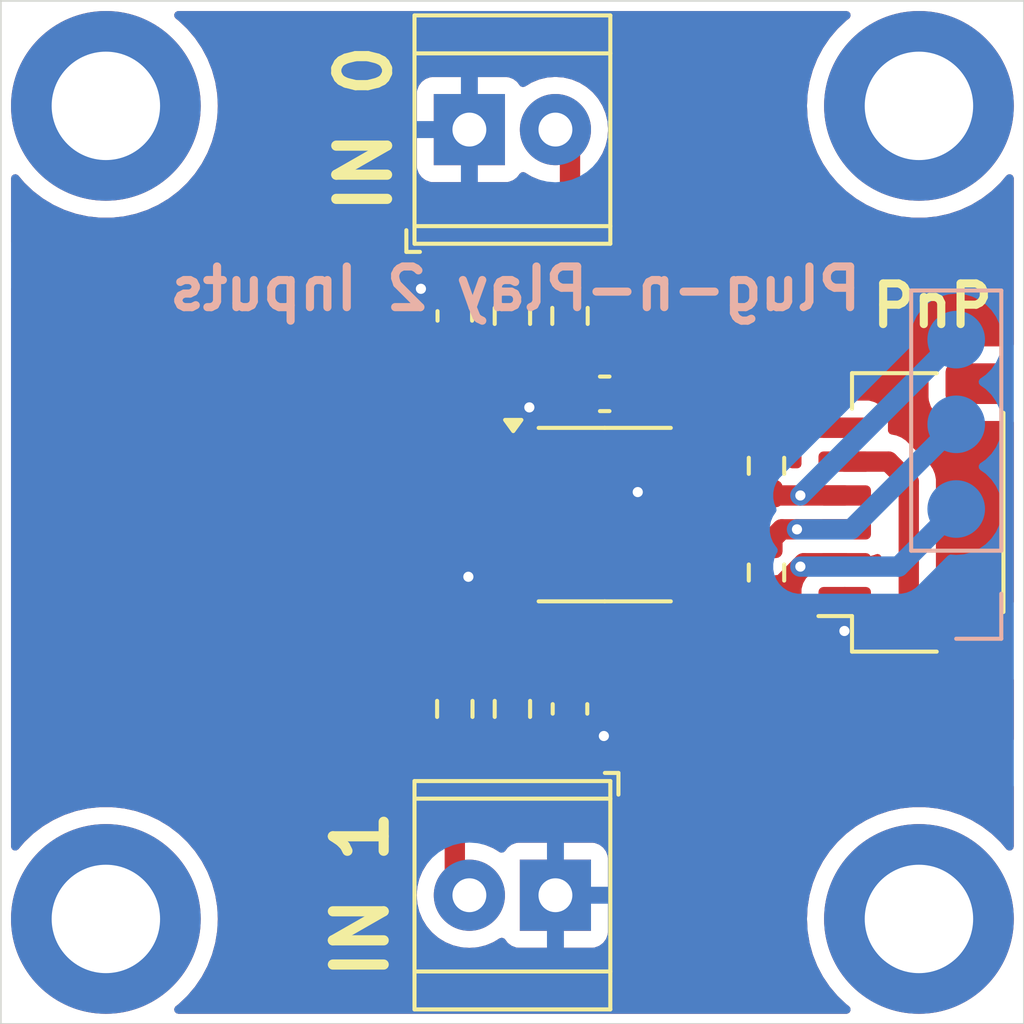
<source format=kicad_pcb>
(kicad_pcb (version 20240108) (generator "pcbnew") (generator_version "8.0")
  (title_block (title "PlugAndPlay 2 Inputs") (date "2025-10-18") (rev "1") (company "A.B. Yazamut"))
  (layers (0 "F.Cu" signal) (31 "B.Cu" signal) (34 "B.Paste" user) (35 "F.Paste" user) (36 "B.SilkS" user "B.Silkscreen") (37 "F.SilkS" user "F.Silkscreen") (38 "B.Mask" user) (39 "F.Mask" user) (44 "Edge.Cuts" user))
  (net 0 "")
  (net 1 "VCC")
  (net 2 "GND")
  (net 3 "INT1")
  (net 4 "SDA")
  (net 5 "SCL")
  (net 6 "INT2")
  (net 7 "Net-(J2-Pin_2)")
  (net 8 "Net-(J3-Pin_2)")
  (footprint "Connector_JST:JST_SH_SM06B-SRSS-TB_1x06-1MP_P1.00mm_Horizontal" (layer "F.Cu") (at 63.409284 47.1 90)
    (property "Reference" "J1" (hide yes))
    (property "Value" "JST_SH_SM06B-SRSS-TB_1x06-1MP_P1.00mm_Horizontal" (hide yes))
    (fp_line (start 4.11 -1.785) (end 3.06 -1.785) (stroke (width 0.12)) (layer "F.SilkS"))
    (fp_line (start -3.06 -1.785) (end -3.06 -2.775) (stroke (width 0.12)) (layer "F.SilkS"))
    (fp_line (start -4.11 -1.785) (end -3.06 -1.785) (stroke (width 0.12)) (layer "F.SilkS"))
    (fp_line (start 4.11 0.715) (end 4.11 -1.785) (stroke (width 0.12)) (layer "F.SilkS"))
    (fp_line (start -4.11 0.715) (end -4.11 -1.785) (stroke (width 0.12)) (layer "F.SilkS"))
    (fp_line (start -2.94 2.685) (end 2.94 2.685) (stroke (width 0.12)) (layer "F.SilkS"))
    (pad "1" smd roundrect (at -2.5 -2 90) (size 0.6 1.55) (layers "F.Cu" "F.Paste" "F.Mask") (net 2 "GND"))
    (pad "2" smd roundrect (at -1.5 -2 90) (size 0.6 1.55) (layers "F.Cu" "F.Paste" "F.Mask") (net 1 "VCC"))
    (pad "3" smd roundrect (at -0.5 -2 90) (size 0.6 1.55) (layers "F.Cu" "F.Paste" "F.Mask") (net 4 "SDA"))
    (pad "4" smd roundrect (at 0.5 -2 90) (size 0.6 1.55) (layers "F.Cu" "F.Paste" "F.Mask") (net 5 "SCL"))
    (pad "5" smd roundrect (at 1.5 -2 90) (size 0.6 1.55) (layers "F.Cu" "F.Paste" "F.Mask") (net 3 "INT1"))
    (pad "6" smd roundrect (at 2.5 -2 90) (size 0.6 1.55) (layers "F.Cu" "F.Paste" "F.Mask") (net 6 "INT2"))
    (pad "MP" smd roundrect (at -3.8 1.875 90) (size 1.2 1.8) (layers "F.Cu" "F.Paste" "F.Mask") (roundrect_rratio 0.208333))
    (pad "MP" smd roundrect (at 3.8 1.875 90) (size 1.2 1.8) (layers "F.Cu" "F.Paste" "F.Mask") (roundrect_rratio 0.208333))
  )
  (footprint "Capacitor_SMD:C_0603_1608Metric" (layer "F.Cu") (at 49.9 41.3 90)
    (property "Reference" "C2" (hide yes))
    (property "Value" "0.1uF" (hide yes))
    (fp_line (start -0.14058 -0.51) (end 0.14058 -0.51) (stroke (width 0.12)) (layer "F.SilkS"))
    (fp_line (start -0.14058 0.51) (end 0.14058 0.51) (stroke (width 0.12)) (layer "F.SilkS"))
    (pad "1" smd roundrect (at -0.775 0 90) (size 0.9 0.95) (layers "F.Cu" "F.Paste" "F.Mask") (net 6 "INT2"))
    (pad "2" smd roundrect (at 0.775 0 90) (size 0.9 0.95) (layers "F.Cu" "F.Paste" "F.Mask") (net 2 "GND"))
  )
  (footprint "TerminalBlock_TE-Connectivity:TerminalBlock_TE_282834-2_1x02_P2.54mm_Horizontal" (layer "F.Cu") (at 50.33 35.8)
    (property "Reference" "J3" (hide yes))
    (property "Value" "Input1" (hide yes))
    (fp_line (start -1.86 2.97) (end -1.86 3.61) (stroke (width 0.12)) (layer "F.SilkS"))
    (fp_line (start -1.86 3.61) (end -1.46 3.61) (stroke (width 0.12)) (layer "F.SilkS"))
    (fp_line (start -1.62 -3.37) (end -1.62 3.37) (stroke (width 0.12)) (layer "F.SilkS"))
    (fp_line (start -1.62 -3.37) (end 4.16 -3.37) (stroke (width 0.12)) (layer "F.SilkS"))
    (fp_line (start -1.62 -2.25) (end 4.16 -2.25) (stroke (width 0.12)) (layer "F.SilkS"))
    (fp_line (start -1.62 2.85) (end 4.16 2.85) (stroke (width 0.12)) (layer "F.SilkS"))
    (fp_line (start -1.62 3.37) (end 4.16 3.37) (stroke (width 0.12)) (layer "F.SilkS"))
    (fp_line (start 4.16 -3.37) (end 4.16 3.37) (stroke (width 0.12)) (layer "F.SilkS"))
    (pad "1" thru_hole rect (at 0 0) (size 2.1 2.1) (drill 1) (layers "*.Cu" "*.Mask") (net 2 "GND"))
    (pad "2" thru_hole circle (at 2.54 0) (size 2.1 2.1) (drill 1) (layers "*.Cu" "*.Mask") (net 8 "Net-(J3-Pin_2)"))
  )
  (footprint "Capacitor_SMD:C_0603_1608Metric" (layer "F.Cu") (at 54.325 43.6 180)
    (property "Reference" "C1" (hide yes))
    (property "Value" "0.1uF" (hide yes))
    (fp_line (start -0.14058 0.51) (end 0.14058 0.51) (stroke (width 0.12)) (layer "F.SilkS"))
    (fp_line (start -0.14058 -0.51) (end 0.14058 -0.51) (stroke (width 0.12)) (layer "F.SilkS"))
    (pad "1" smd roundrect (at -0.775 0 180) (size 0.9 0.95) (layers "F.Cu" "F.Paste" "F.Mask") (net 1 "VCC"))
    (pad "2" smd roundrect (at 0.775 0 180) (size 0.9 0.95) (layers "F.Cu" "F.Paste" "F.Mask") (net 2 "GND"))
  )
  (footprint "Resistor_SMD:R_0603_1608Metric" (layer "F.Cu") (at 59.1 48.875 -90)
    (property "Reference" "R5" (hide yes))
    (property "Value" "2.2K" (hide yes))
    (fp_line (start -0.237258 0.5225) (end 0.237258 0.5225) (stroke (width 0.12)) (layer "F.SilkS"))
    (fp_line (start -0.237258 -0.5225) (end 0.237258 -0.5225) (stroke (width 0.12)) (layer "F.SilkS"))
    (pad "1" smd roundrect (at -0.825 0 270) (size 0.8 0.95) (layers "F.Cu" "F.Paste" "F.Mask") (net 4 "SDA"))
    (pad "2" smd roundrect (at 0.825 0 270) (size 0.8 0.95) (layers "F.Cu" "F.Paste" "F.Mask") (net 1 "VCC"))
  )
  (footprint "Resistor_SMD:R_0603_1608Metric" (layer "F.Cu") (at 51.6 41.3 -90)
    (property "Reference" "R1" (hide yes))
    (property "Value" "10K" (hide yes))
    (fp_line (start -0.237258 0.5225) (end 0.237258 0.5225) (stroke (width 0.12)) (layer "F.SilkS"))
    (fp_line (start -0.237258 -0.5225) (end 0.237258 -0.5225) (stroke (width 0.12)) (layer "F.SilkS"))
    (pad "1" smd roundrect (at -0.825 0 270) (size 0.8 0.95) (layers "F.Cu" "F.Paste" "F.Mask") (net 1 "VCC"))
    (pad "2" smd roundrect (at 0.825 0 270) (size 0.8 0.95) (layers "F.Cu" "F.Paste" "F.Mask") (net 6 "INT2"))
  )
  (footprint "TerminalBlock_TE-Connectivity:TerminalBlock_TE_282834-2_1x02_P2.54mm_Horizontal" (layer "F.Cu") (at 52.87 58.4 180)
    (property "Reference" "J2" (hide yes))
    (property "Value" "Input0" (hide yes))
    (fp_line (start 4.16 -3.37) (end 4.16 3.37) (stroke (width 0.12)) (layer "F.SilkS"))
    (fp_line (start -1.62 3.37) (end 4.16 3.37) (stroke (width 0.12)) (layer "F.SilkS"))
    (fp_line (start -1.62 2.85) (end 4.16 2.85) (stroke (width 0.12)) (layer "F.SilkS"))
    (fp_line (start -1.62 -2.25) (end 4.16 -2.25) (stroke (width 0.12)) (layer "F.SilkS"))
    (fp_line (start -1.62 -3.37) (end 4.16 -3.37) (stroke (width 0.12)) (layer "F.SilkS"))
    (fp_line (start -1.62 -3.37) (end -1.62 3.37) (stroke (width 0.12)) (layer "F.SilkS"))
    (fp_line (start -1.86 3.61) (end -1.46 3.61) (stroke (width 0.12)) (layer "F.SilkS"))
    (fp_line (start -1.86 2.97) (end -1.86 3.61) (stroke (width 0.12)) (layer "F.SilkS"))
    (pad "1" thru_hole rect (at 0 0 180) (size 2.1 2.1) (drill 1) (layers "*.Cu" "*.Mask") (net 2 "GND"))
    (pad "2" thru_hole circle (at 2.54 0 180) (size 2.1 2.1) (drill 1) (layers "*.Cu" "*.Mask") (net 7 "Net-(J2-Pin_2)"))
  )
  (footprint "MountingHole:MountingHole_3.2mm_M3_DIN965_Pad" (layer "F.Cu") (at 39.6 35.1)
    (property "Reference" "REF**" (hide yes))
    (property "Value" "MountingHole_3.2mm_M3_DIN965_Pad" (hide yes))
    (pad "1" thru_hole circle (at 0 0) (size 5.6 5.6) (drill 3.2) (layers "*.Cu" "*.Mask"))
  )
  (footprint "Resistor_SMD:R_0603_1608Metric" (layer "F.Cu") (at 59.1 45.725 90)
    (property "Reference" "R6" (hide yes))
    (property "Value" "2.2K" (hide yes))
    (fp_line (start -0.237258 -0.5225) (end 0.237258 -0.5225) (stroke (width 0.12)) (layer "F.SilkS"))
    (fp_line (start -0.237258 0.5225) (end 0.237258 0.5225) (stroke (width 0.12)) (layer "F.SilkS"))
    (pad "1" smd roundrect (at -0.825 0 90) (size 0.8 0.95) (layers "F.Cu" "F.Paste" "F.Mask") (net 5 "SCL"))
    (pad "2" smd roundrect (at 0.825 0 90) (size 0.8 0.95) (layers "F.Cu" "F.Paste" "F.Mask") (net 1 "VCC"))
  )
  (footprint "Resistor_SMD:R_0603_1608Metric" (layer "F.Cu") (at 53.3 41.3 -90)
    (property "Reference" "R2" (hide yes))
    (property "Value" "1K" (hide yes))
    (fp_line (start -0.237258 0.5225) (end 0.237258 0.5225) (stroke (width 0.12)) (layer "F.SilkS"))
    (fp_line (start -0.237258 -0.5225) (end 0.237258 -0.5225) (stroke (width 0.12)) (layer "F.SilkS"))
    (pad "1" smd roundrect (at -0.825 0 270) (size 0.8 0.95) (layers "F.Cu" "F.Paste" "F.Mask") (net 8 "Net-(J3-Pin_2)"))
    (pad "2" smd roundrect (at 0.825 0 270) (size 0.8 0.95) (layers "F.Cu" "F.Paste" "F.Mask") (net 6 "INT2"))
  )
  (footprint "MountingHole:MountingHole_3.2mm_M3_DIN965_Pad" (layer "F.Cu") (at 63.6 59.1)
    (property "Reference" "REF**" (hide yes))
    (property "Value" "MountingHole_3.2mm_M3_DIN965_Pad" (hide yes))
    (pad "1" thru_hole circle (at 0 0) (size 5.6 5.6) (drill 3.2) (layers "*.Cu" "*.Mask"))
  )
  (footprint "Package_SO:SOIC-8_3.9x4.9mm_P1.27mm" (layer "F.Cu") (at 54.325 47.165)
    (property "Reference" "U1" (hide yes))
    (property "Value" "M24C02-FMN" (hide yes))
    (fp_line (start 0 -2.56) (end -1.95 -2.56) (stroke (width 0.12)) (layer "F.SilkS"))
    (fp_line (start 0 -2.56) (end 1.95 -2.56) (stroke (width 0.12)) (layer "F.SilkS"))
    (fp_line (start 0 2.56) (end -1.95 2.56) (stroke (width 0.12)) (layer "F.SilkS"))
    (fp_line (start 0 2.56) (end 1.95 2.56) (stroke (width 0.12)) (layer "F.SilkS"))
    (fp_poly (pts (xy -2.7 -2.465) (xy -2.94 -2.795) (xy -2.46 -2.795) (xy -2.7 -2.465)) (stroke (width 0.12)) (fill solid) (layer "F.SilkS"))
    (pad "1" smd roundrect (at -2.475 -1.905) (size 1.95 0.6) (layers "F.Cu" "F.Paste" "F.Mask") (net 2 "GND"))
    (pad "2" smd roundrect (at -2.475 -0.635) (size 1.95 0.6) (layers "F.Cu" "F.Paste" "F.Mask") (net 2 "GND"))
    (pad "3" smd roundrect (at -2.475 0.635) (size 1.95 0.6) (layers "F.Cu" "F.Paste" "F.Mask") (net 2 "GND"))
    (pad "4" smd roundrect (at -2.475 1.905) (size 1.95 0.6) (layers "F.Cu" "F.Paste" "F.Mask") (net 2 "GND"))
    (pad "5" smd roundrect (at 2.475 1.905) (size 1.95 0.6) (layers "F.Cu" "F.Paste" "F.Mask") (net 4 "SDA"))
    (pad "6" smd roundrect (at 2.475 0.635) (size 1.95 0.6) (layers "F.Cu" "F.Paste" "F.Mask") (net 5 "SCL"))
    (pad "7" smd roundrect (at 2.475 -0.635) (size 1.95 0.6) (layers "F.Cu" "F.Paste" "F.Mask") (net 2 "GND"))
    (pad "8" smd roundrect (at 2.475 -1.905) (size 1.95 0.6) (layers "F.Cu" "F.Paste" "F.Mask") (net 1 "VCC"))
  )
  (footprint "Fiducial:Fiducial_1mm_Mask2mm" (layer "F.Cu") (at 65.4 54.5)
    (property "Reference" "REF**" (hide yes))
    (property "Value" "Fiducial_1mm_Mask2mm" (hide yes))
    (pad "" smd circle (at 0 0) (size 1 1) (layers "F.Cu" "F.Mask") (clearance 0.5))
  )
  (footprint "MountingHole:MountingHole_3.2mm_M3_DIN965_Pad" (layer "F.Cu") (at 63.6 35.1)
    (property "Reference" "REF**" (hide yes))
    (property "Value" "MountingHole_3.2mm_M3_DIN965_Pad" (hide yes))
    (pad "1" thru_hole circle (at 0 0) (size 5.6 5.6) (drill 3.2) (layers "*.Cu" "*.Mask"))
  )
  (footprint "Resistor_SMD:R_0603_1608Metric" (layer "F.Cu") (at 51.6 52.9 90)
    (property "Reference" "R4" (hide yes))
    (property "Value" "10K" (hide yes))
    (fp_line (start -0.237258 -0.5225) (end 0.237258 -0.5225) (stroke (width 0.12)) (layer "F.SilkS"))
    (fp_line (start -0.237258 0.5225) (end 0.237258 0.5225) (stroke (width 0.12)) (layer "F.SilkS"))
    (pad "1" smd roundrect (at -0.825 0 90) (size 0.8 0.95) (layers "F.Cu" "F.Paste" "F.Mask") (net 1 "VCC"))
    (pad "2" smd roundrect (at 0.825 0 90) (size 0.8 0.95) (layers "F.Cu" "F.Paste" "F.Mask") (net 3 "INT1"))
  )
  (footprint "Resistor_SMD:R_0603_1608Metric" (layer "F.Cu") (at 49.9 52.9 90)
    (property "Reference" "R3" (hide yes))
    (property "Value" "1K" (hide yes))
    (fp_line (start -0.237258 -0.5225) (end 0.237258 -0.5225) (stroke (width 0.12)) (layer "F.SilkS"))
    (fp_line (start -0.237258 0.5225) (end 0.237258 0.5225) (stroke (width 0.12)) (layer "F.SilkS"))
    (pad "1" smd roundrect (at -0.825 0 90) (size 0.8 0.95) (layers "F.Cu" "F.Paste" "F.Mask") (net 7 "Net-(J2-Pin_2)"))
    (pad "2" smd roundrect (at 0.825 0 90) (size 0.8 0.95) (layers "F.Cu" "F.Paste" "F.Mask") (net 3 "INT1"))
  )
  (footprint "MountingHole:MountingHole_3.2mm_M3_DIN965_Pad" (layer "F.Cu") (at 39.6 59.1)
    (property "Reference" "REF**" (hide yes))
    (property "Value" "MountingHole_3.2mm_M3_DIN965_Pad" (hide yes))
    (pad "1" thru_hole circle (at 0 0) (size 5.6 5.6) (drill 3.2) (layers "*.Cu" "*.Mask"))
  )
  (footprint "Capacitor_SMD:C_0603_1608Metric" (layer "F.Cu") (at 53.3 52.9 -90)
    (property "Reference" "C3" (hide yes))
    (property "Value" "0.1uF" (hide yes))
    (fp_line (start -0.14058 0.51) (end 0.14058 0.51) (stroke (width 0.12)) (layer "F.SilkS"))
    (fp_line (start -0.14058 -0.51) (end 0.14058 -0.51) (stroke (width 0.12)) (layer "F.SilkS"))
    (pad "1" smd roundrect (at -0.775 0 270) (size 0.9 0.95) (layers "F.Cu" "F.Paste" "F.Mask") (net 3 "INT1"))
    (pad "2" smd roundrect (at 0.775 0 270) (size 0.9 0.95) (layers "F.Cu" "F.Paste" "F.Mask") (net 2 "GND"))
  )
  (footprint "Fiducial:Fiducial_1mm_Mask2mm" (layer "F.Cu") (at 37.8 39.8)
    (property "Reference" "REF**" (hide yes))
    (property "Value" "Fiducial_1mm_Mask2mm" (hide yes))
    (pad "" smd circle (at 0 0) (size 1 1) (layers "F.Cu" "F.Mask") (clearance 0.5))
  )
  (footprint "Library:PogoPinsPads_1x04_P2.5mm" (layer "B.Cu") (at 64.7 49.5)
    (property "Reference" "J4" (hide yes))
    (property "Value" "Conn_01x04" (hide yes))
    (fp_line (start -1.33 -8.95) (end -1.33 -1.27) (stroke (width 0.12)) (layer "B.SilkS"))
    (fp_line (start 1.33 -8.95) (end -1.33 -8.95) (stroke (width 0.12)) (layer "B.SilkS"))
    (fp_line (start 1.33 -8.95) (end 1.33 -1.27) (stroke (width 0.12)) (layer "B.SilkS"))
    (fp_line (start 1.33 -1.27) (end -1.33 -1.27) (stroke (width 0.12)) (layer "B.SilkS"))
    (fp_line (start 1.33 0) (end 1.33 1.33) (stroke (width 0.12)) (layer "B.SilkS"))
    (fp_line (start 1.33 1.33) (end 0 1.33) (stroke (width 0.12)) (layer "B.SilkS"))
    (pad "1" smd circle (at 0 0) (size 1.7 1.7) (layers "B.Cu" "B.Paste" "B.Mask") (net 2 "GND"))
    (pad "2" smd circle (at 0 -2.5) (size 1.7 1.7) (layers "B.Cu" "B.Paste" "B.Mask") (net 1 "VCC"))
    (pad "3" smd circle (at 0 -5) (size 1.7 1.7) (layers "B.Cu" "B.Paste" "B.Mask") (net 4 "SDA"))
    (pad "4" smd circle (at 0 -7.5) (size 1.7 1.7) (layers "B.Cu" "B.Paste" "B.Mask") (net 5 "SCL"))
  )
  (gr_rect (start 36.5 32) (end 66.7 62.2) (stroke (width 0.05)) (fill none) (layer "Edge.Cuts"))
  (gr_text "Plug-n-Play 2 Inputs" (at 62.011428 41.2 0) (layer "B.SilkS") (effects (font (size 1.2 1.2) (thickness 0.24) (bold yes)) (justify left bottom mirror)))
  (gr_text "IN 0" (at 48.1 38.4 90) (layer "F.SilkS") (effects (font (size 1.5 1.5) (thickness 0.3) (bold yes)) (justify left bottom)))
  (gr_text "IN 1" (at 48 61 90) (layer "F.SilkS") (effects (font (size 1.5 1.5) (thickness 0.3) (bold yes)) (justify left bottom)))
  (gr_text "PnP" (at 62.1 41.7 0) (layer "F.SilkS") (effects (font (size 1.2 1.2) (thickness 0.24) (bold yes)) (justify left bottom)))
  (segment (start 60.2 48.6) (end 60.1 48.7) (width 0.6) (layer "F.Cu") (net 1))
  (segment (start 61.409284 48.6) (end 60.2 48.6) (width 0.6) (layer "F.Cu") (net 1))
  (segment (start 60.1 48.7) (end 59.1 49.7) (width 0.6) (layer "F.Cu") (net 1))
  (via (at 60.1 48.7) (size 0.5) (drill 0.3) (layers "F.Cu" "B.Cu") (net 1))
  (segment (start 60.1 48.7) (end 63 48.7) (width 0.6) (layer "B.Cu") (net 1))
  (segment (start 63 48.7) (end 64.7 47) (width 0.6) (layer "B.Cu") (net 1))
  (segment (start 61.409284 50.590716) (end 61.4 50.6) (width 0.6) (layer "F.Cu") (net 2))
  (segment (start 51.85 45.26) (end 51.85 44.25) (width 0.6) (layer "F.Cu") (net 2))
  (segment (start 51.85 49.07) (end 50.37 49.07) (width 0.6) (layer "F.Cu") (net 2))
  (segment (start 49.9 40.525) (end 48.925 40.525) (width 0.6) (layer "F.Cu") (net 2))
  (segment (start 51.85 44.25) (end 52.1 44) (width 0.6) (layer "F.Cu") (net 2))
  (segment (start 56.8 46.53) (end 55.33 46.53) (width 0.6) (layer "F.Cu") (net 2))
  (segment (start 50.37 49.07) (end 50.3 49) (width 0.6) (layer "F.Cu") (net 2))
  (segment (start 51.85 45.26) (end 51.85 49.07) (width 0.6) (layer "F.Cu") (net 2))
  (segment (start 53.3 53.675) (end 54.275 53.675) (width 0.6) (layer "F.Cu") (net 2))
  (segment (start 54.275 53.675) (end 54.3 53.7) (width 0.6) (layer "F.Cu") (net 2))
  (segment (start 61.409284 49.6) (end 61.409284 50.590716) (width 0.6) (layer "F.Cu") (net 2))
  (segment (start 52.5 43.6) (end 51.85 44.25) (width 0.6) (layer "F.Cu") (net 2))
  (segment (start 53.55 43.6) (end 52.5 43.6) (width 0.6) (layer "F.Cu") (net 2))
  (segment (start 55.33 46.53) (end 55.3 46.5) (width 0.6) (layer "F.Cu") (net 2))
  (segment (start 48.925 40.525) (end 48.9 40.5) (width 0.6) (layer "F.Cu") (net 2))
  (via (at 61.4 50.6) (size 0.5) (drill 0.3) (layers "F.Cu" "B.Cu") (net 2))
  (via (at 48.9 40.5) (size 0.5) (drill 0.3) (layers "F.Cu" "B.Cu") (net 2))
  (via (at 55.3 46.5) (size 0.5) (drill 0.3) (layers "F.Cu" "B.Cu") (net 2))
  (via (at 50.3 49) (size 0.5) (drill 0.3) (layers "F.Cu" "B.Cu") (net 2))
  (via (at 52.1 44) (size 0.5) (drill 0.3) (layers "F.Cu" "B.Cu") (net 2))
  (via (at 54.3 53.7) (size 0.5) (drill 0.3) (layers "F.Cu" "B.Cu") (net 2))
  (segment (start 49.9 52.075) (end 53.25 52.075) (width 0.6) (layer "F.Cu") (net 3))
  (segment (start 62.7 45.6) (end 61.409284 45.6) (width 0.6) (layer "F.Cu") (net 3))
  (segment (start 63.3 46.2) (end 62.7 45.6) (width 0.6) (layer "F.Cu") (net 3))
  (segment (start 53.3 52.125) (end 61.00637 52.125) (width 0.6) (layer "F.Cu") (net 3))
  (segment (start 61.00637 52.125) (end 63.3 49.83137) (width 0.6) (layer "F.Cu") (net 3))
  (segment (start 63.3 49.83137) (end 63.3 46.2) (width 0.6) (layer "F.Cu") (net 3))
  (segment (start 53.25 52.075) (end 53.3 52.125) (width 0.6) (layer "F.Cu") (net 3))
  (segment (start 60 47.6) (end 61.409284 47.6) (width 0.6) (layer "F.Cu") (net 4))
  (segment (start 56.8 49.07) (end 58.08 49.07) (width 0.6) (layer "F.Cu") (net 4))
  (segment (start 59.55 47.6) (end 59.1 48.05) (width 0.6) (layer "F.Cu") (net 4))
  (segment (start 58.08 49.07) (end 59.1 48.05) (width 0.6) (layer "F.Cu") (net 4))
  (segment (start 60 47.6) (end 59.55 47.6) (width 0.6) (layer "F.Cu") (net 4))
  (via (at 60 47.6) (size 0.5) (drill 0.3) (layers "F.Cu" "B.Cu") (net 4))
  (segment (start 60 47.6) (end 61.6 47.6) (width 0.6) (layer "B.Cu") (net 4))
  (segment (start 61.6 47.6) (end 64.7 44.5) (width 0.6) (layer "B.Cu") (net 4))
  (segment (start 57.85 47.8) (end 59.1 46.55) (width 0.6) (layer "F.Cu") (net 5))
  (segment (start 60.1 46.6) (end 59.15 46.6) (width 0.6) (layer "F.Cu") (net 5))
  (segment (start 56.8 47.8) (end 57.85 47.8) (width 0.6) (layer "F.Cu") (net 5))
  (segment (start 59.15 46.6) (end 59.1 46.55) (width 0.6) (layer "F.Cu") (net 5))
  (segment (start 61.409284 46.6) (end 60.1 46.6) (width 0.6) (layer "F.Cu") (net 5))
  (via (at 60.1 46.6) (size 0.5) (drill 0.3) (layers "F.Cu" "B.Cu") (net 5))
  (segment (start 60.1 46.6) (end 64.7 42) (width 0.6) (layer "B.Cu") (net 5))
  (segment (start 60.5 44.6) (end 58.025 42.125) (width 0.6) (layer "F.Cu") (net 6))
  (segment (start 53.25 42.075) (end 53.3 42.125) (width 0.6) (layer "F.Cu") (net 6))
  (segment (start 61.409284 44.6) (end 60.5 44.6) (width 0.6) (layer "F.Cu") (net 6))
  (segment (start 49.9 42.075) (end 53.25 42.075) (width 0.6) (layer "F.Cu") (net 6))
  (segment (start 58.025 42.125) (end 53.3 42.125) (width 0.6) (layer "F.Cu") (net 6))
  (segment (start 49.9 57.97) (end 50.33 58.4) (width 0.6) (layer "F.Cu") (net 7))
  (segment (start 49.9 53.725) (end 49.9 57.97) (width 0.6) (layer "F.Cu") (net 7))
  (segment (start 53.3 36.23) (end 52.87 35.8) (width 0.6) (layer "F.Cu") (net 8))
  (segment (start 53.3 40.475) (end 53.3 36.23) (width 0.6) (layer "F.Cu") (net 8))
  (zone (net 1) (net_name "VCC") (layer "F.Cu") (name "VCC") (priority 1) (connect_pads thru_hole_only (clearance 0.5)) (min_thickness 0.25) (fill yes (thermal_gap 0.5) (thermal_bridge_width 0.5))
    (polygon (pts (xy 36.5 32) (xy 66.7 32) (xy 66.7 62.2) (xy 36.5 62.2)))
  )
  (zone (net 2) (net_name "GND") (layer "B.Cu") (name "GND") (connect_pads thru_hole_only (clearance 0.5)) (min_thickness 0.25) (fill yes (thermal_gap 0.5) (thermal_bridge_width 0.5))
    (polygon (pts (xy 36.5 32) (xy 36.5 62.2) (xy 66.7 62.2) (xy 66.7 32)))
  )
)
</source>
